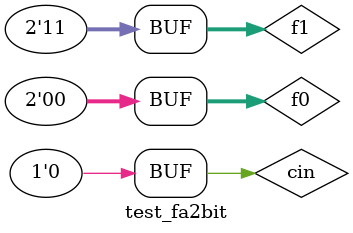
<source format=v>
module FA_1bit(a,b,cin,cout,sum);
  input a,b,cin;
  output cout, sum;
  xor(w1,cin,a);
  and(w2,cin,a);
  and(w3,a,b);
  and(w4,b,cin);
  xor(sum,w1,b);
  or(cout,w2,w3,w4);
endmodule
  
module FA_2bit(cin,a,b,sum,cout);
  input cin;
  input[1:0] a,b;
  output cout;
  output[1:0] sum;
  FA_1bit m0(.sum(sum[0]), .cout(w1),.cin(cin),.a(a[0]),.b(b[0]));
  FA_1bit m1(.sum(sum[1]), .cout(cout),.cin(w1),.a(a[1]),.b(b[1]));
endmodule
  
module test_fa2bit();
  reg cin;
  reg [1:0]f0,f1;
  wire cout;
  wire[1:0]sum;
  FA_2bit mm(.cin(cin),.a(f0),.b(f1), .sum(sum),.cout(cout));
  
  initial begin
    cin=1'b1; f0=2'b11;f1=2'b11;
    #20
    cin=1'b0; f0=2'b00;f1=2'b00;
    #20
    cin=1'b1; f0=2'b10;f1=2'b10;
    #20
    f0=2'b01;f1=2'b01;
    #20
    cin=1'b0; f0=2'b00;f1=2'b11;
  end
endmodule
    
</source>
